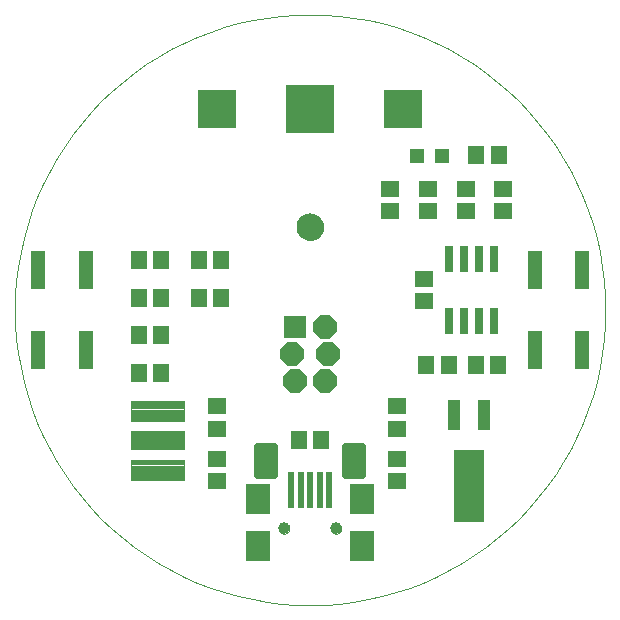
<source format=gts>
G75*
G70*
%OFA0B0*%
%FSLAX24Y24*%
%IPPOS*%
%LPD*%
%AMOC8*
5,1,8,0,0,1.08239X$1,22.5*
%
%ADD10C,0.0004*%
%ADD11C,0.0000*%
%ADD12C,0.0906*%
%ADD13R,0.0631X0.0552*%
%ADD14R,0.0552X0.0631*%
%ADD15R,0.1024X0.2402*%
%ADD16R,0.0434X0.1024*%
%ADD17C,0.0031*%
%ADD18C,0.0035*%
%ADD19R,0.0276X0.0906*%
%ADD20R,0.1600X0.1600*%
%ADD21R,0.1290X0.1290*%
%ADD22R,0.0512X0.1300*%
%ADD23R,0.0780X0.0780*%
%ADD24OC8,0.0780*%
%ADD25R,0.0827X0.0985*%
%ADD26R,0.0237X0.1221*%
%ADD27C,0.0394*%
%ADD28C,0.0207*%
%ADD29R,0.0512X0.0512*%
D10*
X000161Y010296D02*
X000173Y010779D01*
X000208Y011261D01*
X000268Y011740D01*
X000350Y012216D01*
X000456Y012688D01*
X000585Y013153D01*
X000736Y013612D01*
X000910Y014063D01*
X001106Y014504D01*
X001323Y014936D01*
X001561Y015356D01*
X001820Y015764D01*
X002098Y016159D01*
X002395Y016540D01*
X002711Y016906D01*
X003044Y017256D01*
X003394Y017589D01*
X003760Y017905D01*
X004141Y018202D01*
X004536Y018480D01*
X004944Y018739D01*
X005364Y018977D01*
X005796Y019194D01*
X006237Y019390D01*
X006688Y019564D01*
X007147Y019715D01*
X007612Y019844D01*
X008084Y019950D01*
X008560Y020032D01*
X009039Y020092D01*
X009521Y020127D01*
X010004Y020139D01*
X010487Y020127D01*
X010969Y020092D01*
X011448Y020032D01*
X011924Y019950D01*
X012396Y019844D01*
X012861Y019715D01*
X013320Y019564D01*
X013771Y019390D01*
X014212Y019194D01*
X014644Y018977D01*
X015064Y018739D01*
X015472Y018480D01*
X015867Y018202D01*
X016248Y017905D01*
X016614Y017589D01*
X016964Y017256D01*
X017297Y016906D01*
X017613Y016540D01*
X017910Y016159D01*
X018188Y015764D01*
X018447Y015356D01*
X018685Y014936D01*
X018902Y014504D01*
X019098Y014063D01*
X019272Y013612D01*
X019423Y013153D01*
X019552Y012688D01*
X019658Y012216D01*
X019740Y011740D01*
X019800Y011261D01*
X019835Y010779D01*
X019847Y010296D01*
X019835Y009813D01*
X019800Y009331D01*
X019740Y008852D01*
X019658Y008376D01*
X019552Y007904D01*
X019423Y007439D01*
X019272Y006980D01*
X019098Y006529D01*
X018902Y006088D01*
X018685Y005656D01*
X018447Y005236D01*
X018188Y004828D01*
X017910Y004433D01*
X017613Y004052D01*
X017297Y003686D01*
X016964Y003336D01*
X016614Y003003D01*
X016248Y002687D01*
X015867Y002390D01*
X015472Y002112D01*
X015064Y001853D01*
X014644Y001615D01*
X014212Y001398D01*
X013771Y001202D01*
X013320Y001028D01*
X012861Y000877D01*
X012396Y000748D01*
X011924Y000642D01*
X011448Y000560D01*
X010969Y000500D01*
X010487Y000465D01*
X010004Y000453D01*
X009521Y000465D01*
X009039Y000500D01*
X008560Y000560D01*
X008084Y000642D01*
X007612Y000748D01*
X007147Y000877D01*
X006688Y001028D01*
X006237Y001202D01*
X005796Y001398D01*
X005364Y001615D01*
X004944Y001853D01*
X004536Y002112D01*
X004141Y002390D01*
X003760Y002687D01*
X003394Y003003D01*
X003044Y003336D01*
X002711Y003686D01*
X002395Y004052D01*
X002098Y004433D01*
X001820Y004828D01*
X001561Y005236D01*
X001323Y005656D01*
X001106Y006088D01*
X000910Y006529D01*
X000736Y006980D01*
X000585Y007439D01*
X000456Y007904D01*
X000350Y008376D01*
X000268Y008852D01*
X000208Y009331D01*
X000173Y009813D01*
X000161Y010296D01*
D11*
X009571Y013052D02*
X009573Y013093D01*
X009579Y013134D01*
X009589Y013174D01*
X009602Y013213D01*
X009619Y013250D01*
X009640Y013286D01*
X009664Y013320D01*
X009691Y013351D01*
X009720Y013379D01*
X009753Y013405D01*
X009787Y013427D01*
X009824Y013446D01*
X009862Y013461D01*
X009902Y013473D01*
X009942Y013481D01*
X009983Y013485D01*
X010025Y013485D01*
X010066Y013481D01*
X010106Y013473D01*
X010146Y013461D01*
X010184Y013446D01*
X010220Y013427D01*
X010255Y013405D01*
X010288Y013379D01*
X010317Y013351D01*
X010344Y013320D01*
X010368Y013286D01*
X010389Y013250D01*
X010406Y013213D01*
X010419Y013174D01*
X010429Y013134D01*
X010435Y013093D01*
X010437Y013052D01*
X010435Y013011D01*
X010429Y012970D01*
X010419Y012930D01*
X010406Y012891D01*
X010389Y012854D01*
X010368Y012818D01*
X010344Y012784D01*
X010317Y012753D01*
X010288Y012725D01*
X010255Y012699D01*
X010221Y012677D01*
X010184Y012658D01*
X010146Y012643D01*
X010106Y012631D01*
X010066Y012623D01*
X010025Y012619D01*
X009983Y012619D01*
X009942Y012623D01*
X009902Y012631D01*
X009862Y012643D01*
X009824Y012658D01*
X009788Y012677D01*
X009753Y012699D01*
X009720Y012725D01*
X009691Y012753D01*
X009664Y012784D01*
X009640Y012818D01*
X009619Y012854D01*
X009602Y012891D01*
X009589Y012930D01*
X009579Y012970D01*
X009573Y013011D01*
X009571Y013052D01*
X008961Y003013D02*
X008963Y003039D01*
X008969Y003065D01*
X008979Y003090D01*
X008992Y003113D01*
X009008Y003133D01*
X009028Y003151D01*
X009050Y003166D01*
X009073Y003178D01*
X009099Y003186D01*
X009125Y003190D01*
X009151Y003190D01*
X009177Y003186D01*
X009203Y003178D01*
X009227Y003166D01*
X009248Y003151D01*
X009268Y003133D01*
X009284Y003113D01*
X009297Y003090D01*
X009307Y003065D01*
X009313Y003039D01*
X009315Y003013D01*
X009313Y002987D01*
X009307Y002961D01*
X009297Y002936D01*
X009284Y002913D01*
X009268Y002893D01*
X009248Y002875D01*
X009226Y002860D01*
X009203Y002848D01*
X009177Y002840D01*
X009151Y002836D01*
X009125Y002836D01*
X009099Y002840D01*
X009073Y002848D01*
X009049Y002860D01*
X009028Y002875D01*
X009008Y002893D01*
X008992Y002913D01*
X008979Y002936D01*
X008969Y002961D01*
X008963Y002987D01*
X008961Y003013D01*
X010693Y003013D02*
X010695Y003039D01*
X010701Y003065D01*
X010711Y003090D01*
X010724Y003113D01*
X010740Y003133D01*
X010760Y003151D01*
X010782Y003166D01*
X010805Y003178D01*
X010831Y003186D01*
X010857Y003190D01*
X010883Y003190D01*
X010909Y003186D01*
X010935Y003178D01*
X010959Y003166D01*
X010980Y003151D01*
X011000Y003133D01*
X011016Y003113D01*
X011029Y003090D01*
X011039Y003065D01*
X011045Y003039D01*
X011047Y003013D01*
X011045Y002987D01*
X011039Y002961D01*
X011029Y002936D01*
X011016Y002913D01*
X011000Y002893D01*
X010980Y002875D01*
X010958Y002860D01*
X010935Y002848D01*
X010909Y002840D01*
X010883Y002836D01*
X010857Y002836D01*
X010831Y002840D01*
X010805Y002848D01*
X010781Y002860D01*
X010760Y002875D01*
X010740Y002893D01*
X010724Y002913D01*
X010711Y002936D01*
X010701Y002961D01*
X010695Y002987D01*
X010693Y003013D01*
D12*
X010004Y013052D03*
D13*
X006911Y004580D03*
X006911Y005328D03*
X006911Y006330D03*
X006911Y007078D03*
X012911Y007078D03*
X012911Y006330D03*
X012911Y005328D03*
X012911Y004580D03*
X013791Y010580D03*
X013791Y011328D03*
X013949Y013580D03*
X013949Y014328D03*
X015199Y014328D03*
X015199Y013580D03*
X016449Y013580D03*
X016449Y014328D03*
X012661Y014328D03*
X012661Y013580D03*
D14*
X015537Y015454D03*
X016285Y015454D03*
X007035Y011954D03*
X006287Y011954D03*
X005035Y011954D03*
X004287Y011954D03*
X004287Y010704D03*
X005035Y010704D03*
X006287Y010704D03*
X007035Y010704D03*
X005035Y009454D03*
X004287Y009454D03*
X004287Y008204D03*
X005035Y008204D03*
X009630Y005965D03*
X010378Y005965D03*
X013882Y008471D03*
X014630Y008471D03*
X015535Y008471D03*
X016283Y008471D03*
D15*
X015291Y004428D03*
D16*
X014791Y006790D03*
X015791Y006790D03*
D17*
X005802Y006254D02*
X005802Y005654D01*
X004020Y005654D01*
X004020Y006254D01*
X005802Y006254D01*
X005802Y005684D02*
X004020Y005684D01*
X004020Y005714D02*
X005802Y005714D01*
X005802Y005744D02*
X004020Y005744D01*
X004020Y005774D02*
X005802Y005774D01*
X005802Y005804D02*
X004020Y005804D01*
X004020Y005834D02*
X005802Y005834D01*
X005802Y005864D02*
X004020Y005864D01*
X004020Y005894D02*
X005802Y005894D01*
X005802Y005924D02*
X004020Y005924D01*
X004020Y005954D02*
X005802Y005954D01*
X005802Y005984D02*
X004020Y005984D01*
X004020Y006014D02*
X005802Y006014D01*
X005802Y006044D02*
X004020Y006044D01*
X004020Y006074D02*
X005802Y006074D01*
X005802Y006104D02*
X004020Y006104D01*
X004020Y006134D02*
X005802Y006134D01*
X005802Y006164D02*
X004020Y006164D01*
X004020Y006194D02*
X005802Y006194D01*
X005802Y006224D02*
X004020Y006224D01*
X004020Y006254D02*
X005802Y006254D01*
D18*
X005800Y006601D02*
X005800Y007275D01*
X005800Y006601D02*
X004022Y006601D01*
X004022Y007275D01*
X005800Y007275D01*
X005800Y006635D02*
X004022Y006635D01*
X004022Y006669D02*
X005800Y006669D01*
X005800Y006703D02*
X004022Y006703D01*
X004022Y006737D02*
X005800Y006737D01*
X005800Y006771D02*
X004022Y006771D01*
X004022Y006805D02*
X005800Y006805D01*
X005800Y006839D02*
X004022Y006839D01*
X004022Y006873D02*
X005800Y006873D01*
X005800Y006907D02*
X004022Y006907D01*
X004022Y006941D02*
X005800Y006941D01*
X005800Y006975D02*
X004022Y006975D01*
X004022Y007009D02*
X005800Y007009D01*
X005800Y007043D02*
X004022Y007043D01*
X004022Y007077D02*
X005800Y007077D01*
X005800Y007111D02*
X004022Y007111D01*
X004022Y007145D02*
X005800Y007145D01*
X005800Y007179D02*
X004022Y007179D01*
X004022Y007213D02*
X005800Y007213D01*
X005800Y007247D02*
X004022Y007247D01*
X005800Y005306D02*
X005800Y004632D01*
X004022Y004632D01*
X004022Y005306D01*
X005800Y005306D01*
X005800Y004666D02*
X004022Y004666D01*
X004022Y004700D02*
X005800Y004700D01*
X005800Y004734D02*
X004022Y004734D01*
X004022Y004768D02*
X005800Y004768D01*
X005800Y004802D02*
X004022Y004802D01*
X004022Y004836D02*
X005800Y004836D01*
X005800Y004870D02*
X004022Y004870D01*
X004022Y004904D02*
X005800Y004904D01*
X005800Y004938D02*
X004022Y004938D01*
X004022Y004972D02*
X005800Y004972D01*
X005800Y005006D02*
X004022Y005006D01*
X004022Y005040D02*
X005800Y005040D01*
X005800Y005074D02*
X004022Y005074D01*
X004022Y005108D02*
X005800Y005108D01*
X005800Y005142D02*
X004022Y005142D01*
X004022Y005176D02*
X005800Y005176D01*
X005800Y005210D02*
X004022Y005210D01*
X004022Y005244D02*
X005800Y005244D01*
X005800Y005278D02*
X004022Y005278D01*
D19*
X014647Y009930D03*
X015147Y009930D03*
X015647Y009930D03*
X016147Y009930D03*
X016147Y011977D03*
X015647Y011977D03*
X015147Y011977D03*
X014647Y011977D03*
D20*
X010004Y016989D03*
D21*
X013104Y016989D03*
X006904Y016989D03*
D22*
X002523Y011635D03*
X000949Y011635D03*
X000949Y008957D03*
X002523Y008957D03*
X017484Y008957D03*
X019059Y008957D03*
X019059Y011635D03*
X017484Y011635D03*
D23*
X009491Y009714D03*
D24*
X010491Y009714D03*
X010591Y008814D03*
X009391Y008814D03*
X009491Y007914D03*
X010491Y007914D03*
D25*
X011736Y003997D03*
X011736Y002422D03*
X008271Y002422D03*
X008271Y003997D03*
D26*
X009374Y004298D03*
X009689Y004298D03*
X010004Y004298D03*
X010319Y004298D03*
X010634Y004298D03*
D27*
X010870Y003013D03*
X009138Y003013D03*
D28*
X008845Y004750D02*
X008225Y004750D01*
X008225Y005764D01*
X008845Y005764D01*
X008845Y004750D01*
X008845Y004956D02*
X008225Y004956D01*
X008225Y005162D02*
X008845Y005162D01*
X008845Y005368D02*
X008225Y005368D01*
X008225Y005574D02*
X008845Y005574D01*
X011162Y004750D02*
X011782Y004750D01*
X011162Y004750D02*
X011162Y005764D01*
X011782Y005764D01*
X011782Y004750D01*
X011782Y004956D02*
X011162Y004956D01*
X011162Y005162D02*
X011782Y005162D01*
X011782Y005368D02*
X011162Y005368D01*
X011162Y005574D02*
X011782Y005574D01*
D29*
X013578Y015434D03*
X014405Y015434D03*
M02*

</source>
